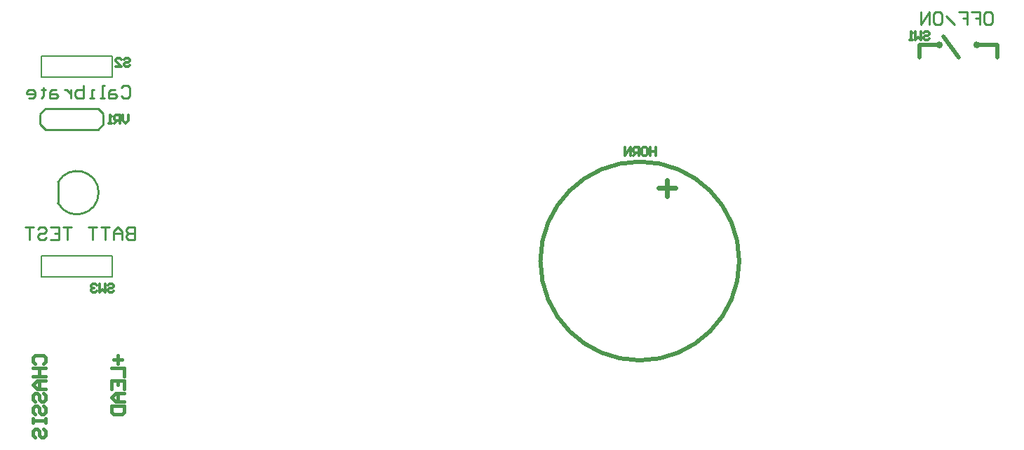
<source format=gbo>
%FSLAX25Y25*%
%MOIN*%
G70*
G01*
G75*
G04 Layer_Color=32896*
%ADD10C,0.04000*%
%ADD11C,0.02500*%
%ADD12C,0.04500*%
%ADD13C,0.03000*%
%ADD14C,0.03500*%
%ADD15C,0.13000*%
%ADD16R,0.11811X0.11811*%
%ADD17C,0.11811*%
%ADD18C,0.15000*%
%ADD19C,0.12000*%
%ADD20C,0.06000*%
%ADD21C,0.07284*%
%ADD22R,0.07284X0.07284*%
%ADD23C,0.07500*%
%ADD24C,0.07087*%
%ADD25C,0.06800*%
%ADD26C,0.07000*%
%ADD27R,0.07874X0.07874*%
%ADD28C,0.07874*%
%ADD29C,0.01000*%
%ADD30C,0.02000*%
%ADD31C,0.00787*%
%ADD32C,0.01200*%
%ADD33R,0.03150X0.11024*%
%ADD34C,0.13800*%
%ADD35R,0.12611X0.12611*%
%ADD36C,0.12611*%
%ADD37C,0.15800*%
%ADD38C,0.12800*%
%ADD39C,0.08083*%
%ADD40R,0.08083X0.08083*%
%ADD41C,0.08300*%
%ADD42C,0.07887*%
%ADD43C,0.07600*%
%ADD44C,0.07800*%
%ADD45R,0.08674X0.08674*%
%ADD46C,0.08674*%
%ADD47C,0.01969*%
%ADD48C,0.01600*%
%ADD49C,0.02200*%
D29*
X18504Y122493D02*
G03*
X18504Y132507I8996J5007D01*
G01*
X10000Y160500D02*
Y164500D01*
X40000Y160500D02*
Y164500D01*
X12500Y157500D02*
X37500D01*
X12500Y167500D02*
X37500D01*
X10000Y165000D02*
X12500Y167500D01*
X10000Y160000D02*
X12500Y157500D01*
X37500D02*
X40000Y160000D01*
X37500Y167500D02*
X40000Y165000D01*
X18500Y122500D02*
Y132500D01*
X48501Y177498D02*
X49501Y178498D01*
X51500D01*
X52500Y177498D01*
Y173500D01*
X51500Y172500D01*
X49501D01*
X48501Y173500D01*
X45502Y176499D02*
X43503D01*
X42503Y175499D01*
Y172500D01*
X45502D01*
X46502Y173500D01*
X45502Y174499D01*
X42503D01*
X40504Y172500D02*
X38504D01*
X39504D01*
Y178498D01*
X40504D01*
X35506Y172500D02*
X33506D01*
X34506D01*
Y176499D01*
X35506D01*
X30507Y178498D02*
Y172500D01*
X27508D01*
X26508Y173500D01*
Y174499D01*
Y175499D01*
X27508Y176499D01*
X30507D01*
X24509D02*
Y172500D01*
Y174499D01*
X23509Y175499D01*
X22510Y176499D01*
X21510D01*
X17511D02*
X15512D01*
X14512Y175499D01*
Y172500D01*
X17511D01*
X18511Y173500D01*
X17511Y174499D01*
X14512D01*
X11513Y177498D02*
Y176499D01*
X12513D01*
X10514D01*
X11513D01*
Y173500D01*
X10514Y172500D01*
X4515D02*
X6515D01*
X7515Y173500D01*
Y175499D01*
X6515Y176499D01*
X4515D01*
X3516Y175499D01*
Y174499D01*
X7515D01*
X459501Y213498D02*
X461500D01*
X462500Y212498D01*
Y208500D01*
X461500Y207500D01*
X459501D01*
X458501Y208500D01*
Y212498D01*
X459501Y213498D01*
X452503D02*
X456502D01*
Y210499D01*
X454503D01*
X456502D01*
Y207500D01*
X446505Y213498D02*
X450504D01*
Y210499D01*
X448504D01*
X450504D01*
Y207500D01*
X444506D02*
X440507Y211499D01*
X435509Y213498D02*
X437508D01*
X438508Y212498D01*
Y208500D01*
X437508Y207500D01*
X435509D01*
X434509Y208500D01*
Y212498D01*
X435509Y213498D01*
X432510Y207500D02*
Y213498D01*
X428511Y207500D01*
Y213498D01*
X55000Y110998D02*
Y105000D01*
X52001D01*
X51001Y106000D01*
Y106999D01*
X52001Y107999D01*
X55000D01*
X52001D01*
X51001Y108999D01*
Y109998D01*
X52001Y110998D01*
X55000D01*
X49002Y105000D02*
Y108999D01*
X47003Y110998D01*
X45003Y108999D01*
Y105000D01*
Y107999D01*
X49002D01*
X43004Y110998D02*
X39005D01*
X41004D01*
Y105000D01*
X37006Y110998D02*
X33007D01*
X35006D01*
Y105000D01*
X25010Y110998D02*
X21011D01*
X23010D01*
Y105000D01*
X15013Y110998D02*
X19012D01*
Y105000D01*
X15013D01*
X19012Y107999D02*
X17012D01*
X9015Y109998D02*
X10014Y110998D01*
X12014D01*
X13014Y109998D01*
Y108999D01*
X12014Y107999D01*
X10014D01*
X9015Y106999D01*
Y106000D01*
X10014Y105000D01*
X12014D01*
X13014Y106000D01*
X7016Y110998D02*
X3017D01*
X5016D01*
Y105000D01*
D30*
X439409Y201732D02*
X446496Y191890D01*
X465000D02*
Y197795D01*
X455158D02*
X465000D01*
X427992D02*
X437441D01*
X427992Y191890D02*
Y197795D01*
D31*
X10650Y182500D02*
Y192500D01*
X44350D01*
Y182500D02*
Y192500D01*
X10650Y182500D02*
X44350D01*
Y87500D02*
Y97500D01*
X10650Y87500D02*
X44350D01*
X10650D02*
Y97500D01*
X44350D01*
D32*
X456142Y197795D02*
G03*
X456142Y197795I-984J0D01*
G01*
X438425D02*
G03*
X438425Y197795I-984J0D01*
G01*
X52000Y164499D02*
Y161833D01*
X50667Y160500D01*
X49334Y161833D01*
Y164499D01*
X48001Y160500D02*
Y164499D01*
X46002D01*
X45336Y163832D01*
Y162499D01*
X46002Y161833D01*
X48001D01*
X46668D02*
X45336Y160500D01*
X44003D02*
X42670D01*
X43336D01*
Y164499D01*
X44003Y163832D01*
X429834Y203332D02*
X430501Y203999D01*
X431834D01*
X432500Y203332D01*
Y202666D01*
X431834Y201999D01*
X430501D01*
X429834Y201333D01*
Y200666D01*
X430501Y200000D01*
X431834D01*
X432500Y200666D01*
X428501Y203999D02*
Y200000D01*
X427168Y201333D01*
X425836Y200000D01*
Y203999D01*
X424503Y200000D02*
X423170D01*
X423836D01*
Y203999D01*
X424503Y203332D01*
X49834Y190832D02*
X50501Y191499D01*
X51834D01*
X52500Y190832D01*
Y190166D01*
X51834Y189499D01*
X50501D01*
X49834Y188833D01*
Y188166D01*
X50501Y187500D01*
X51834D01*
X52500Y188166D01*
X45836Y187500D02*
X48501D01*
X45836Y190166D01*
Y190832D01*
X46502Y191499D01*
X47835D01*
X48501Y190832D01*
X42334Y83332D02*
X43001Y83999D01*
X44334D01*
X45000Y83332D01*
Y82666D01*
X44334Y81999D01*
X43001D01*
X42334Y81333D01*
Y80666D01*
X43001Y80000D01*
X44334D01*
X45000Y80666D01*
X41001Y83999D02*
Y80000D01*
X39668Y81333D01*
X38335Y80000D01*
Y83999D01*
X37003Y83332D02*
X36336Y83999D01*
X35003D01*
X34337Y83332D01*
Y82666D01*
X35003Y81999D01*
X35670D01*
X35003D01*
X34337Y81333D01*
Y80666D01*
X35003Y80000D01*
X36336D01*
X37003Y80666D01*
X302500Y148999D02*
Y145000D01*
Y146999D01*
X299834D01*
Y148999D01*
Y145000D01*
X296502Y148999D02*
X297835D01*
X298501Y148332D01*
Y145667D01*
X297835Y145000D01*
X296502D01*
X295835Y145667D01*
Y148332D01*
X296502Y148999D01*
X294503Y145000D02*
Y148999D01*
X292503D01*
X291837Y148332D01*
Y146999D01*
X292503Y146333D01*
X294503D01*
X293170D02*
X291837Y145000D01*
X290504D02*
Y148999D01*
X287838Y145000D01*
Y148999D01*
D47*
X342244Y95000D02*
G03*
X342244Y95000I-47244J0D01*
G01*
D48*
X7502Y46001D02*
X6502Y47001D01*
Y49000D01*
X7502Y50000D01*
X11500D01*
X12500Y49000D01*
Y47001D01*
X11500Y46001D01*
X6502Y44002D02*
X12500D01*
X9501D01*
Y40003D01*
X6502D01*
X12500D01*
Y38004D02*
X8501D01*
X6502Y36004D01*
X8501Y34005D01*
X12500D01*
X9501D01*
Y38004D01*
X7502Y28007D02*
X6502Y29007D01*
Y31006D01*
X7502Y32006D01*
X8501D01*
X9501Y31006D01*
Y29007D01*
X10501Y28007D01*
X11500D01*
X12500Y29007D01*
Y31006D01*
X11500Y32006D01*
X7502Y22009D02*
X6502Y23009D01*
Y25008D01*
X7502Y26008D01*
X8501D01*
X9501Y25008D01*
Y23009D01*
X10501Y22009D01*
X11500D01*
X12500Y23009D01*
Y25008D01*
X11500Y26008D01*
X6502Y20010D02*
Y18010D01*
Y19010D01*
X12500D01*
Y20010D01*
Y18010D01*
X7502Y11013D02*
X6502Y12012D01*
Y14012D01*
X7502Y15011D01*
X8501D01*
X9501Y14012D01*
Y12012D01*
X10501Y11013D01*
X11500D01*
X12500Y12012D01*
Y14012D01*
X11500Y15011D01*
X47001Y50000D02*
Y46001D01*
X45002Y48001D02*
X49000D01*
X44002Y44002D02*
X50000D01*
Y40003D01*
X44002Y34005D02*
Y38004D01*
X50000D01*
Y34005D01*
X47001Y38004D02*
Y36004D01*
X50000Y32006D02*
X46001D01*
X44002Y30007D01*
X46001Y28007D01*
X50000D01*
X47001D01*
Y32006D01*
X44002Y26008D02*
X50000D01*
Y23009D01*
X49000Y22009D01*
X45002D01*
X44002Y23009D01*
Y26008D01*
D49*
X307994Y133583D02*
Y125711D01*
X304058Y129647D02*
X311930D01*
M02*

</source>
